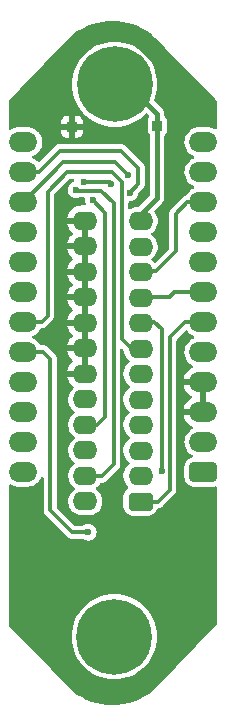
<source format=gtl>
G04 #@! TF.GenerationSoftware,KiCad,Pcbnew,6.0.1-79c1e3a40b~116~ubuntu20.04.1*
G04 #@! TF.CreationDate,2022-01-18T16:47:47+01:00*
G04 #@! TF.ProjectId,Pro_Micro_GPIB,50726f5f-4d69-4637-926f-5f475049422e,rev?*
G04 #@! TF.SameCoordinates,Original*
G04 #@! TF.FileFunction,Copper,L1,Top*
G04 #@! TF.FilePolarity,Positive*
%FSLAX46Y46*%
G04 Gerber Fmt 4.6, Leading zero omitted, Abs format (unit mm)*
G04 Created by KiCad (PCBNEW 6.0.1-79c1e3a40b~116~ubuntu20.04.1) date 2022-01-18 16:47:47*
%MOMM*%
%LPD*%
G01*
G04 APERTURE LIST*
G04 Aperture macros list*
%AMRoundRect*
0 Rectangle with rounded corners*
0 $1 Rounding radius*
0 $2 $3 $4 $5 $6 $7 $8 $9 X,Y pos of 4 corners*
0 Add a 4 corners polygon primitive as box body*
4,1,4,$2,$3,$4,$5,$6,$7,$8,$9,$2,$3,0*
0 Add four circle primitives for the rounded corners*
1,1,$1+$1,$2,$3*
1,1,$1+$1,$4,$5*
1,1,$1+$1,$6,$7*
1,1,$1+$1,$8,$9*
0 Add four rect primitives between the rounded corners*
20,1,$1+$1,$2,$3,$4,$5,0*
20,1,$1+$1,$4,$5,$6,$7,0*
20,1,$1+$1,$6,$7,$8,$9,0*
20,1,$1+$1,$8,$9,$2,$3,0*%
G04 Aperture macros list end*
G04 #@! TA.AperFunction,ComponentPad*
%ADD10C,6.400000*%
G04 #@! TD*
G04 #@! TA.AperFunction,ComponentPad*
%ADD11C,0.800000*%
G04 #@! TD*
G04 #@! TA.AperFunction,ComponentPad*
%ADD12R,0.850000X0.850000*%
G04 #@! TD*
G04 #@! TA.AperFunction,ComponentPad*
%ADD13RoundRect,0.400000X0.650000X-0.400000X0.650000X0.400000X-0.650000X0.400000X-0.650000X-0.400000X0*%
G04 #@! TD*
G04 #@! TA.AperFunction,ComponentPad*
%ADD14O,2.100000X1.600000*%
G04 #@! TD*
G04 #@! TA.AperFunction,ComponentPad*
%ADD15RoundRect,0.425000X0.775000X-0.425000X0.775000X0.425000X-0.775000X0.425000X-0.775000X-0.425000X0*%
G04 #@! TD*
G04 #@! TA.AperFunction,ComponentPad*
%ADD16O,2.400000X1.700000*%
G04 #@! TD*
G04 #@! TA.AperFunction,ViaPad*
%ADD17C,0.600000*%
G04 #@! TD*
G04 #@! TA.AperFunction,ViaPad*
%ADD18C,0.800000*%
G04 #@! TD*
G04 #@! TA.AperFunction,Conductor*
%ADD19C,0.300000*%
G04 #@! TD*
G04 #@! TA.AperFunction,Conductor*
%ADD20C,0.400000*%
G04 #@! TD*
G04 #@! TA.AperFunction,Conductor*
%ADD21C,0.600000*%
G04 #@! TD*
G04 APERTURE END LIST*
D10*
X111950000Y-73230000D03*
D11*
X109550000Y-73230000D03*
X110252944Y-71532944D03*
X113647056Y-74927056D03*
X111950000Y-75630000D03*
X111950000Y-70830000D03*
X114350000Y-73230000D03*
X110252944Y-74927056D03*
X113647056Y-71532944D03*
D12*
X108320000Y-76810000D03*
D10*
X111910000Y-119990000D03*
D11*
X111910000Y-122390000D03*
X113607056Y-121687056D03*
X110212944Y-121687056D03*
X109510000Y-119990000D03*
X113607056Y-118292944D03*
X114310000Y-119990000D03*
X111910000Y-117590000D03*
X110212944Y-118292944D03*
D13*
X114135300Y-108548300D03*
D14*
X114135300Y-106389300D03*
X114135300Y-104230300D03*
X114135300Y-102071300D03*
X114135300Y-99912300D03*
X114135300Y-97753300D03*
X114135300Y-95594300D03*
X114135300Y-93435300D03*
X114135300Y-91276300D03*
X114135300Y-89117300D03*
X114135300Y-86958300D03*
X114135300Y-84799300D03*
X109455300Y-108523800D03*
X109455300Y-106364800D03*
X109455300Y-104205800D03*
X109455300Y-102046800D03*
X109455300Y-99887800D03*
X109455300Y-97728800D03*
X109455300Y-95569800D03*
X109455300Y-93410800D03*
X109455300Y-91251800D03*
X109455300Y-89092800D03*
X109455300Y-86933800D03*
X109455300Y-84774800D03*
D15*
X119455300Y-106039300D03*
D16*
X119455300Y-103499300D03*
X119455300Y-100959300D03*
X119455300Y-98419300D03*
X119455300Y-95879300D03*
X119455300Y-93339300D03*
X119455300Y-90799300D03*
X119455300Y-88259300D03*
X119455300Y-85719300D03*
X119455300Y-83179300D03*
X119455300Y-80639300D03*
X119455300Y-78099300D03*
X104215300Y-78099300D03*
X104215300Y-80639300D03*
X104215300Y-83179300D03*
X104215300Y-85719300D03*
X104215300Y-88259300D03*
X104215300Y-90799300D03*
X104215300Y-93339300D03*
X104215300Y-95879300D03*
X104215300Y-98419300D03*
X104215300Y-100959300D03*
X104215300Y-103499300D03*
X104215300Y-106039300D03*
D12*
X115560000Y-76720000D03*
D17*
X113208185Y-82410032D03*
X113055550Y-80879050D03*
X109708185Y-111150032D03*
X115915300Y-105958800D03*
X109372300Y-81512300D03*
X111647685Y-81650032D03*
X108674800Y-82149800D03*
X110125300Y-83037800D03*
D18*
X104218185Y-107950032D03*
X119488185Y-107940032D03*
X118938185Y-118420032D03*
X104808185Y-118570032D03*
D19*
X117868917Y-93379300D02*
X119541300Y-93379300D01*
X116611300Y-94636917D02*
X117868917Y-93379300D01*
X116611300Y-107548800D02*
X116611300Y-94636917D01*
X114262010Y-108564800D02*
X115595300Y-108564800D01*
X114260600Y-108566210D02*
X114262010Y-108564800D01*
X115595300Y-108564800D02*
X116611300Y-107548800D01*
X104228800Y-80624800D02*
X105513417Y-80624800D01*
X105513417Y-80624800D02*
X107308185Y-78830032D01*
X107308185Y-78830032D02*
X112467032Y-78830032D01*
X112467032Y-78830032D02*
X113944300Y-80307300D01*
X113944300Y-80307300D02*
X113944300Y-81673917D01*
X113944300Y-81673917D02*
X113208185Y-82410032D01*
X113055300Y-80879300D02*
X111975300Y-79799300D01*
X107608917Y-79799300D02*
X104243417Y-83164800D01*
X111975300Y-79799300D02*
X107608917Y-79799300D01*
X104243417Y-83164800D02*
X104228800Y-83164800D01*
X112558185Y-81530032D02*
X111716453Y-80688300D01*
X107869917Y-80688300D02*
X106258185Y-82300032D01*
X113309300Y-95547300D02*
X112558185Y-94796185D01*
X104228800Y-93324800D02*
X105752800Y-93324800D01*
X105752800Y-93324800D02*
X106258185Y-92819415D01*
X114261800Y-95547300D02*
X113309300Y-95547300D01*
X106258185Y-92819415D02*
X106258185Y-84370032D01*
X112558185Y-94796185D02*
X112558185Y-81530032D01*
X106258185Y-82300032D02*
X106258185Y-84360032D01*
X111716453Y-80688300D02*
X107869917Y-80688300D01*
X106488185Y-109290032D02*
X108348185Y-111150032D01*
X115915300Y-105958800D02*
X115915300Y-93967147D01*
X104292300Y-95864800D02*
X105902953Y-95864800D01*
X115915300Y-93967147D02*
X115299763Y-93351610D01*
X105902953Y-95864800D02*
X106488185Y-96450032D01*
X108348185Y-111150032D02*
X109708185Y-111150032D01*
X115915300Y-105958800D02*
X115915300Y-105958800D01*
X115299763Y-93351610D02*
X114260600Y-93351610D01*
X106488185Y-96450032D02*
X106488185Y-109290032D01*
X115912800Y-105961300D02*
X115915300Y-105958800D01*
X116647990Y-91192610D02*
X117001300Y-90839300D01*
X117001300Y-90839300D02*
X119445300Y-90839300D01*
X114260600Y-91192610D02*
X116647990Y-91192610D01*
X118075300Y-83219300D02*
X119445300Y-83219300D01*
X117119300Y-84175300D02*
X118075300Y-83219300D01*
X115444607Y-89033610D02*
X117119300Y-87358917D01*
X114260600Y-89033610D02*
X115444607Y-89033610D01*
X117119300Y-87358917D02*
X117119300Y-84175300D01*
D20*
X115550000Y-75699320D02*
X113100712Y-73250032D01*
X113100712Y-73250032D02*
X111936255Y-73250032D01*
X115550000Y-82828217D02*
X115550000Y-75699320D01*
X114135300Y-84242917D02*
X115550000Y-82828217D01*
X114135300Y-84799300D02*
X114135300Y-84242917D01*
D19*
X109372300Y-81513800D02*
X111511453Y-81513800D01*
X111511453Y-81513800D02*
X111647685Y-81650032D01*
X111868185Y-83290032D02*
X111868185Y-105410032D01*
X108674800Y-82149800D02*
X108775032Y-82250032D01*
X108673800Y-82148800D02*
X108674800Y-82149800D01*
X110828185Y-82250032D02*
X111868185Y-83290032D01*
X111868185Y-105410032D02*
X110872417Y-106405800D01*
X108775032Y-82250032D02*
X110828185Y-82250032D01*
X110872417Y-106405800D02*
X109435800Y-106405800D01*
X111168185Y-101371415D02*
X110451800Y-102087800D01*
X111168185Y-84080685D02*
X111168185Y-101371415D01*
X110451800Y-102087800D02*
X109435800Y-102087800D01*
X110125300Y-83037800D02*
X111168185Y-84080685D01*
D21*
X118505300Y-98459300D02*
X119445300Y-98459300D01*
G04 #@! TA.AperFunction,Conductor*
G36*
X108487907Y-81258485D02*
G01*
X108533662Y-81311289D01*
X108543606Y-81380447D01*
X108514581Y-81444003D01*
X108449816Y-81483374D01*
X108436096Y-81486668D01*
X108428832Y-81488412D01*
X108422199Y-81491835D01*
X108422195Y-81491837D01*
X108355265Y-81526383D01*
X108278169Y-81566175D01*
X108272537Y-81571088D01*
X108184222Y-81648130D01*
X108150404Y-81677631D01*
X108052913Y-81816347D01*
X107991324Y-81974313D01*
X107969194Y-82142411D01*
X107987799Y-82310935D01*
X107990365Y-82317947D01*
X107990366Y-82317951D01*
X108014972Y-82385189D01*
X108046066Y-82470156D01*
X108050233Y-82476358D01*
X108050235Y-82476361D01*
X108085016Y-82528120D01*
X108140630Y-82610883D01*
X108146160Y-82615915D01*
X108260502Y-82719959D01*
X108260506Y-82719962D01*
X108266033Y-82724991D01*
X108415035Y-82805892D01*
X108469414Y-82820158D01*
X108571805Y-82847020D01*
X108571807Y-82847020D01*
X108579033Y-82848916D01*
X108661978Y-82850219D01*
X108741090Y-82851462D01*
X108741093Y-82851462D01*
X108748560Y-82851579D01*
X108913829Y-82813728D01*
X108920506Y-82810370D01*
X108927472Y-82807862D01*
X108969473Y-82800532D01*
X109308563Y-82800532D01*
X109375602Y-82820217D01*
X109421357Y-82873021D01*
X109431502Y-82940717D01*
X109419694Y-83030411D01*
X109420514Y-83037839D01*
X109420514Y-83037841D01*
X109430805Y-83131058D01*
X109438299Y-83198935D01*
X109440865Y-83205947D01*
X109440866Y-83205951D01*
X109478279Y-83308186D01*
X109482832Y-83377908D01*
X109448968Y-83439022D01*
X109387439Y-83472127D01*
X109361831Y-83474800D01*
X109151246Y-83474800D01*
X109145836Y-83475036D01*
X108984094Y-83489187D01*
X108973463Y-83491061D01*
X108764202Y-83547132D01*
X108754069Y-83550821D01*
X108557720Y-83642380D01*
X108548387Y-83647768D01*
X108370919Y-83772033D01*
X108362653Y-83778969D01*
X108209469Y-83932153D01*
X108202533Y-83940419D01*
X108078268Y-84117887D01*
X108072880Y-84127220D01*
X107981323Y-84323565D01*
X107977631Y-84333708D01*
X107931042Y-84507579D01*
X107931373Y-84521453D01*
X107939189Y-84524800D01*
X109581300Y-84524800D01*
X109648339Y-84544485D01*
X109694094Y-84597289D01*
X109705300Y-84648800D01*
X109705300Y-97854800D01*
X109685615Y-97921839D01*
X109632811Y-97967594D01*
X109581300Y-97978800D01*
X107944258Y-97978800D01*
X107930941Y-97982710D01*
X107929731Y-97991126D01*
X107977631Y-98169892D01*
X107981323Y-98180035D01*
X108072880Y-98376380D01*
X108078268Y-98385713D01*
X108202533Y-98563181D01*
X108209469Y-98571447D01*
X108362653Y-98724631D01*
X108370923Y-98731571D01*
X108424611Y-98769163D01*
X108468236Y-98823739D01*
X108475430Y-98893238D01*
X108443908Y-98955592D01*
X108427685Y-98970090D01*
X108398567Y-98991833D01*
X108248799Y-99153851D01*
X108245765Y-99158660D01*
X108245764Y-99158661D01*
X108211220Y-99213411D01*
X108131064Y-99340450D01*
X108049306Y-99545379D01*
X108048196Y-99550960D01*
X108048195Y-99550963D01*
X108043322Y-99575463D01*
X108006262Y-99761776D01*
X108006188Y-99767463D01*
X108006187Y-99767468D01*
X108003448Y-99976705D01*
X108003374Y-99982394D01*
X108004337Y-99987998D01*
X108004337Y-99987999D01*
X108024567Y-100105730D01*
X108040738Y-100199843D01*
X108117104Y-100406843D01*
X108229914Y-100596459D01*
X108375390Y-100762343D01*
X108379849Y-100765858D01*
X108379853Y-100765862D01*
X108512834Y-100870695D01*
X108553294Y-100927657D01*
X108556536Y-100997451D01*
X108521529Y-101057919D01*
X108510258Y-101067429D01*
X108398567Y-101150833D01*
X108248799Y-101312851D01*
X108245765Y-101317660D01*
X108245764Y-101317661D01*
X108176337Y-101427697D01*
X108131064Y-101499450D01*
X108049306Y-101704379D01*
X108048196Y-101709960D01*
X108048195Y-101709963D01*
X108039553Y-101753411D01*
X108006262Y-101920776D01*
X108006188Y-101926463D01*
X108006187Y-101926468D01*
X108003455Y-102135190D01*
X108003374Y-102141394D01*
X108004337Y-102146998D01*
X108004337Y-102146999D01*
X108038921Y-102348267D01*
X108040738Y-102358843D01*
X108117104Y-102565843D01*
X108229914Y-102755459D01*
X108375390Y-102921343D01*
X108379849Y-102924858D01*
X108379853Y-102924862D01*
X108512834Y-103029695D01*
X108553294Y-103086657D01*
X108556536Y-103156451D01*
X108521529Y-103216919D01*
X108510258Y-103226429D01*
X108398567Y-103309833D01*
X108248799Y-103471851D01*
X108245765Y-103476660D01*
X108245764Y-103476661D01*
X108206597Y-103538738D01*
X108131064Y-103658450D01*
X108049306Y-103863379D01*
X108048196Y-103868960D01*
X108048195Y-103868963D01*
X108044324Y-103888424D01*
X108006262Y-104079776D01*
X108006188Y-104085463D01*
X108006187Y-104085468D01*
X108004490Y-104215139D01*
X108003374Y-104300394D01*
X108004337Y-104305998D01*
X108004337Y-104305999D01*
X108037567Y-104499386D01*
X108040738Y-104517843D01*
X108117104Y-104724843D01*
X108131680Y-104749343D01*
X108216749Y-104892330D01*
X108229914Y-104914459D01*
X108375390Y-105080343D01*
X108379849Y-105083858D01*
X108379853Y-105083862D01*
X108512834Y-105188695D01*
X108553294Y-105245657D01*
X108556536Y-105315451D01*
X108521529Y-105375919D01*
X108510258Y-105385429D01*
X108398567Y-105468833D01*
X108248799Y-105630851D01*
X108245765Y-105635660D01*
X108245764Y-105635661D01*
X108135842Y-105809878D01*
X108131064Y-105817450D01*
X108049306Y-106022379D01*
X108048196Y-106027960D01*
X108048195Y-106027963D01*
X108043322Y-106052463D01*
X108006262Y-106238776D01*
X108006188Y-106244463D01*
X108006187Y-106244468D01*
X108003448Y-106453705D01*
X108003374Y-106459394D01*
X108004337Y-106464998D01*
X108004337Y-106464999D01*
X108037808Y-106659789D01*
X108040738Y-106676843D01*
X108117104Y-106883843D01*
X108147519Y-106934966D01*
X108182029Y-106992971D01*
X108229914Y-107073459D01*
X108375390Y-107239343D01*
X108379849Y-107242858D01*
X108379853Y-107242862D01*
X108512834Y-107347695D01*
X108553294Y-107404657D01*
X108556536Y-107474451D01*
X108521529Y-107534919D01*
X108510258Y-107544429D01*
X108398567Y-107627833D01*
X108248799Y-107789851D01*
X108245765Y-107794660D01*
X108245764Y-107794661D01*
X108181940Y-107895817D01*
X108131064Y-107976450D01*
X108049306Y-108181379D01*
X108006262Y-108397776D01*
X108006188Y-108403463D01*
X108006187Y-108403468D01*
X108005776Y-108434895D01*
X108003374Y-108618394D01*
X108004337Y-108623998D01*
X108004337Y-108623999D01*
X108008775Y-108649824D01*
X108040738Y-108835843D01*
X108117104Y-109042843D01*
X108133945Y-109071150D01*
X108212140Y-109202583D01*
X108229914Y-109232459D01*
X108375390Y-109398343D01*
X108548660Y-109534937D01*
X108553691Y-109537584D01*
X108731357Y-109631059D01*
X108743920Y-109637669D01*
X108954633Y-109703097D01*
X108960278Y-109703765D01*
X108960282Y-109703766D01*
X109057557Y-109715279D01*
X109133776Y-109724300D01*
X109761270Y-109724300D01*
X109925011Y-109709254D01*
X110137364Y-109649365D01*
X110170584Y-109632983D01*
X110330147Y-109554295D01*
X110335247Y-109551780D01*
X110512033Y-109419767D01*
X110661801Y-109257749D01*
X110692484Y-109209120D01*
X110776502Y-109075959D01*
X110776503Y-109075957D01*
X110779536Y-109071150D01*
X110861294Y-108866221D01*
X110904338Y-108649824D01*
X110904677Y-108623999D01*
X110907152Y-108434895D01*
X110907152Y-108434890D01*
X110907226Y-108429206D01*
X110906263Y-108423601D01*
X110870825Y-108217360D01*
X110870824Y-108217357D01*
X110869862Y-108211757D01*
X110793496Y-108004757D01*
X110680686Y-107815141D01*
X110535210Y-107649257D01*
X110530751Y-107645742D01*
X110530747Y-107645738D01*
X110397766Y-107540905D01*
X110357306Y-107483943D01*
X110354064Y-107414149D01*
X110389071Y-107353681D01*
X110400342Y-107344171D01*
X110473291Y-107289697D01*
X110512033Y-107260767D01*
X110661801Y-107098749D01*
X110664832Y-107093946D01*
X110664836Y-107093940D01*
X110715190Y-107014132D01*
X110767610Y-106967939D01*
X110820060Y-106956300D01*
X110857460Y-106956300D01*
X110862653Y-106956409D01*
X110916263Y-106958656D01*
X110916264Y-106958656D01*
X110924711Y-106959010D01*
X110932942Y-106957079D01*
X110932946Y-106957079D01*
X110967164Y-106949053D01*
X110978649Y-106946924D01*
X110996505Y-106944478D01*
X111013477Y-106942153D01*
X111013478Y-106942153D01*
X111021849Y-106941006D01*
X111035807Y-106934966D01*
X111056742Y-106928042D01*
X111063320Y-106926499D01*
X111071553Y-106924568D01*
X111109765Y-106903561D01*
X111120252Y-106898424D01*
X111152514Y-106884463D01*
X111152519Y-106884460D01*
X111160272Y-106881105D01*
X111166838Y-106875788D01*
X111166840Y-106875787D01*
X111172093Y-106871533D01*
X111190382Y-106859243D01*
X111203725Y-106851907D01*
X111211839Y-106844903D01*
X111236451Y-106820291D01*
X111246096Y-106811606D01*
X111277487Y-106786186D01*
X111288481Y-106770716D01*
X111301876Y-106754866D01*
X112246864Y-105809878D01*
X112250612Y-105806283D01*
X112290120Y-105769954D01*
X112290122Y-105769952D01*
X112296341Y-105764233D01*
X112319327Y-105727160D01*
X112325937Y-105717543D01*
X112347186Y-105689548D01*
X112352297Y-105682815D01*
X112355408Y-105674957D01*
X112355411Y-105674952D01*
X112357895Y-105668677D01*
X112367803Y-105648976D01*
X112371365Y-105643231D01*
X112375820Y-105636046D01*
X112387985Y-105594174D01*
X112391769Y-105583123D01*
X112404709Y-105550440D01*
X112404710Y-105550437D01*
X112407821Y-105542579D01*
X112408704Y-105534175D01*
X112408706Y-105534168D01*
X112409413Y-105527443D01*
X112413656Y-105505816D01*
X112416086Y-105497451D01*
X112417900Y-105491207D01*
X112418685Y-105480517D01*
X112418685Y-105445719D01*
X112419364Y-105432757D01*
X112422703Y-105400987D01*
X112423587Y-105392578D01*
X112420422Y-105373865D01*
X112418685Y-105353186D01*
X112418685Y-95734571D01*
X112438370Y-95667532D01*
X112491174Y-95621777D01*
X112560332Y-95611833D01*
X112623888Y-95640858D01*
X112630366Y-95646890D01*
X112657800Y-95674324D01*
X112692328Y-95741006D01*
X112720738Y-95906343D01*
X112797104Y-96113343D01*
X112822250Y-96155609D01*
X112903896Y-96292843D01*
X112909914Y-96302959D01*
X113055390Y-96468843D01*
X113059849Y-96472358D01*
X113059853Y-96472362D01*
X113192834Y-96577195D01*
X113233294Y-96634157D01*
X113236536Y-96703951D01*
X113201529Y-96764419D01*
X113190258Y-96773929D01*
X113078567Y-96857333D01*
X112928799Y-97019351D01*
X112925765Y-97024160D01*
X112925764Y-97024161D01*
X112825173Y-97183589D01*
X112811064Y-97205950D01*
X112729306Y-97410879D01*
X112728196Y-97416460D01*
X112728195Y-97416463D01*
X112717774Y-97468852D01*
X112686262Y-97627276D01*
X112686188Y-97632963D01*
X112686187Y-97632968D01*
X112683448Y-97842205D01*
X112683374Y-97847894D01*
X112684337Y-97853498D01*
X112684337Y-97853499D01*
X112703276Y-97963716D01*
X112720738Y-98065343D01*
X112797104Y-98272343D01*
X112909914Y-98461959D01*
X113055390Y-98627843D01*
X113059849Y-98631358D01*
X113059853Y-98631362D01*
X113192834Y-98736195D01*
X113233294Y-98793157D01*
X113236536Y-98862951D01*
X113201529Y-98923419D01*
X113190258Y-98932929D01*
X113078567Y-99016333D01*
X112928799Y-99178351D01*
X112925765Y-99183160D01*
X112925764Y-99183161D01*
X112823190Y-99345732D01*
X112811064Y-99364950D01*
X112729306Y-99569879D01*
X112686262Y-99786276D01*
X112686188Y-99791963D01*
X112686187Y-99791968D01*
X112683621Y-99987999D01*
X112683374Y-100006894D01*
X112684337Y-100012498D01*
X112684337Y-100012499D01*
X112717445Y-100205176D01*
X112720738Y-100224343D01*
X112797104Y-100431343D01*
X112800011Y-100436229D01*
X112897883Y-100600736D01*
X112909914Y-100620959D01*
X113055390Y-100786843D01*
X113059849Y-100790358D01*
X113059853Y-100790362D01*
X113192834Y-100895195D01*
X113233294Y-100952157D01*
X113236536Y-101021951D01*
X113201529Y-101082419D01*
X113190258Y-101091929D01*
X113078567Y-101175333D01*
X112928799Y-101337351D01*
X112925765Y-101342160D01*
X112925764Y-101342161D01*
X112823190Y-101504732D01*
X112811064Y-101523950D01*
X112729306Y-101728879D01*
X112728196Y-101734460D01*
X112728195Y-101734463D01*
X112725215Y-101749446D01*
X112686262Y-101945276D01*
X112686188Y-101950963D01*
X112686187Y-101950968D01*
X112683621Y-102146999D01*
X112683374Y-102165894D01*
X112684337Y-102171498D01*
X112684337Y-102171499D01*
X112717445Y-102364176D01*
X112720738Y-102383343D01*
X112797104Y-102590343D01*
X112800011Y-102595229D01*
X112897883Y-102759736D01*
X112909914Y-102779959D01*
X113055390Y-102945843D01*
X113059849Y-102949358D01*
X113059853Y-102949362D01*
X113192834Y-103054195D01*
X113233294Y-103111157D01*
X113236536Y-103180951D01*
X113201529Y-103241419D01*
X113190258Y-103250929D01*
X113078567Y-103334333D01*
X112928799Y-103496351D01*
X112925765Y-103501160D01*
X112925764Y-103501161D01*
X112823190Y-103663732D01*
X112811064Y-103682950D01*
X112729306Y-103887879D01*
X112686262Y-104104276D01*
X112686188Y-104109963D01*
X112686187Y-104109968D01*
X112683621Y-104305999D01*
X112683374Y-104324894D01*
X112684337Y-104330498D01*
X112684337Y-104330499D01*
X112717445Y-104523176D01*
X112720738Y-104542343D01*
X112797104Y-104749343D01*
X112800011Y-104754229D01*
X112897883Y-104918736D01*
X112909914Y-104938959D01*
X113055390Y-105104843D01*
X113059849Y-105108358D01*
X113059853Y-105108362D01*
X113192834Y-105213195D01*
X113233294Y-105270157D01*
X113236536Y-105339951D01*
X113201529Y-105400419D01*
X113190258Y-105409929D01*
X113078567Y-105493333D01*
X112928799Y-105655351D01*
X112925765Y-105660160D01*
X112925764Y-105660161D01*
X112823190Y-105822732D01*
X112811064Y-105841950D01*
X112729306Y-106046879D01*
X112686262Y-106263276D01*
X112686188Y-106268963D01*
X112686187Y-106268968D01*
X112683621Y-106464999D01*
X112683374Y-106483894D01*
X112684337Y-106489498D01*
X112684337Y-106489499D01*
X112717445Y-106682176D01*
X112720738Y-106701343D01*
X112797104Y-106908343D01*
X112812943Y-106934966D01*
X112897883Y-107077736D01*
X112909914Y-107097959D01*
X113055390Y-107263843D01*
X113059849Y-107267358D01*
X113059851Y-107267360D01*
X113061403Y-107268583D01*
X113061947Y-107269349D01*
X113063979Y-107271277D01*
X113063600Y-107271676D01*
X113101868Y-107325542D01*
X113105115Y-107395336D01*
X113070113Y-107455806D01*
X113056460Y-107466430D01*
X113056034Y-107466636D01*
X112915680Y-107578680D01*
X112803636Y-107719034D01*
X112725473Y-107880723D01*
X112685074Y-108055711D01*
X112684800Y-108060463D01*
X112684801Y-109036136D01*
X112685074Y-109040889D01*
X112725473Y-109215877D01*
X112803636Y-109377566D01*
X112915680Y-109517920D01*
X113056034Y-109629964D01*
X113217723Y-109708127D01*
X113224480Y-109709687D01*
X113387595Y-109747345D01*
X113387596Y-109747345D01*
X113392711Y-109748526D01*
X113397463Y-109748800D01*
X114134677Y-109748800D01*
X114873136Y-109748799D01*
X114877889Y-109748526D01*
X115052877Y-109708127D01*
X115214566Y-109629964D01*
X115354920Y-109517920D01*
X115466964Y-109377566D01*
X115545127Y-109215877D01*
X115546687Y-109209120D01*
X115548989Y-109202583D01*
X115550847Y-109203237D01*
X115580362Y-109150790D01*
X115642108Y-109118091D01*
X115643737Y-109117848D01*
X115647594Y-109118010D01*
X115655825Y-109116079D01*
X115655829Y-109116079D01*
X115690047Y-109108053D01*
X115701532Y-109105924D01*
X115719388Y-109103478D01*
X115736360Y-109101153D01*
X115736361Y-109101153D01*
X115744732Y-109100006D01*
X115758690Y-109093966D01*
X115779625Y-109087042D01*
X115786203Y-109085499D01*
X115794436Y-109083568D01*
X115832648Y-109062561D01*
X115843135Y-109057424D01*
X115875397Y-109043463D01*
X115875402Y-109043460D01*
X115883155Y-109040105D01*
X115889721Y-109034788D01*
X115889723Y-109034787D01*
X115894976Y-109030533D01*
X115913265Y-109018243D01*
X115926608Y-109010907D01*
X115934722Y-109003903D01*
X115959334Y-108979291D01*
X115968979Y-108970606D01*
X116000370Y-108945186D01*
X116011364Y-108929716D01*
X116024759Y-108913866D01*
X116989967Y-107948657D01*
X116993715Y-107945062D01*
X117033235Y-107908722D01*
X117033237Y-107908720D01*
X117039456Y-107903001D01*
X117062436Y-107865938D01*
X117069053Y-107856310D01*
X117090302Y-107828316D01*
X117090304Y-107828313D01*
X117095412Y-107821583D01*
X117098523Y-107813725D01*
X117098526Y-107813720D01*
X117101010Y-107807445D01*
X117110918Y-107787744D01*
X117114480Y-107781999D01*
X117118935Y-107774814D01*
X117131100Y-107732942D01*
X117134884Y-107721891D01*
X117147824Y-107689208D01*
X117147825Y-107689205D01*
X117150936Y-107681347D01*
X117152526Y-107666218D01*
X117156771Y-107644584D01*
X117159201Y-107636219D01*
X117161015Y-107629975D01*
X117161800Y-107619285D01*
X117161800Y-107584478D01*
X117162479Y-107571517D01*
X117165818Y-107539752D01*
X117165818Y-107539749D01*
X117166701Y-107531346D01*
X117163536Y-107512633D01*
X117161800Y-107491954D01*
X117161800Y-98681626D01*
X117777967Y-98681626D01*
X117830468Y-98877564D01*
X117834157Y-98887697D01*
X117929410Y-99091967D01*
X117934808Y-99101317D01*
X118064084Y-99285943D01*
X118071019Y-99294207D01*
X118230393Y-99453581D01*
X118238652Y-99460511D01*
X118420332Y-99587725D01*
X118463956Y-99642302D01*
X118471149Y-99711801D01*
X118439627Y-99774155D01*
X118420332Y-99790875D01*
X118238652Y-99918089D01*
X118230393Y-99925019D01*
X118071021Y-100084391D01*
X118064085Y-100092657D01*
X117934802Y-100277292D01*
X117929414Y-100286624D01*
X117834157Y-100490903D01*
X117830468Y-100501036D01*
X117779278Y-100692079D01*
X117779609Y-100705953D01*
X117787425Y-100709300D01*
X119187470Y-100709300D01*
X119202469Y-100704896D01*
X119203656Y-100703526D01*
X119205300Y-100695968D01*
X119205300Y-98687130D01*
X119200896Y-98672131D01*
X119199526Y-98670944D01*
X119191968Y-98669300D01*
X117792494Y-98669300D01*
X117779177Y-98673210D01*
X117777967Y-98681626D01*
X117161800Y-98681626D01*
X117161800Y-94916304D01*
X117181485Y-94849265D01*
X117198119Y-94828623D01*
X117563462Y-94463280D01*
X117931969Y-94094772D01*
X117993292Y-94061287D01*
X118062983Y-94066271D01*
X118118026Y-94106967D01*
X118177730Y-94184776D01*
X118177734Y-94184780D01*
X118181090Y-94189154D01*
X118346193Y-94339386D01*
X118535290Y-94458007D01*
X118623169Y-94493334D01*
X118678028Y-94536602D01*
X118700786Y-94602661D01*
X118684217Y-94670538D01*
X118630301Y-94720306D01*
X118545838Y-94760593D01*
X118466171Y-94798592D01*
X118461689Y-94801813D01*
X118461687Y-94801814D01*
X118307113Y-94912887D01*
X118284895Y-94928852D01*
X118129551Y-95089154D01*
X118126473Y-95093734D01*
X118126471Y-95093737D01*
X118008127Y-95269852D01*
X118008124Y-95269857D01*
X118005050Y-95274432D01*
X117915326Y-95478829D01*
X117863215Y-95695885D01*
X117850366Y-95918738D01*
X117851030Y-95924222D01*
X117874567Y-96118724D01*
X117877183Y-96140344D01*
X117878808Y-96145626D01*
X117926484Y-96300600D01*
X117942819Y-96353700D01*
X117945352Y-96358607D01*
X117945353Y-96358610D01*
X118000260Y-96464989D01*
X118045201Y-96552059D01*
X118099083Y-96622280D01*
X118177730Y-96724776D01*
X118177734Y-96724780D01*
X118181090Y-96729154D01*
X118346193Y-96879386D01*
X118370158Y-96894419D01*
X118522852Y-96990205D01*
X118569182Y-97042505D01*
X118579882Y-97111551D01*
X118551554Y-97175420D01*
X118509363Y-97207630D01*
X118432633Y-97243410D01*
X118423283Y-97248808D01*
X118238657Y-97378084D01*
X118230393Y-97385019D01*
X118071021Y-97544391D01*
X118064085Y-97552657D01*
X117934802Y-97737292D01*
X117929414Y-97746624D01*
X117834157Y-97950903D01*
X117830468Y-97961036D01*
X117779278Y-98152079D01*
X117779609Y-98165953D01*
X117787425Y-98169300D01*
X119581300Y-98169300D01*
X119648339Y-98188985D01*
X119694094Y-98241789D01*
X119705300Y-98293300D01*
X119705300Y-101085300D01*
X119685615Y-101152339D01*
X119632811Y-101198094D01*
X119581300Y-101209300D01*
X117792494Y-101209300D01*
X117779177Y-101213210D01*
X117777967Y-101221626D01*
X117830468Y-101417564D01*
X117834157Y-101427697D01*
X117929410Y-101631967D01*
X117934808Y-101641317D01*
X118064084Y-101825943D01*
X118071019Y-101834207D01*
X118230393Y-101993581D01*
X118238657Y-102000516D01*
X118423283Y-102129792D01*
X118432633Y-102135190D01*
X118511749Y-102172083D01*
X118564188Y-102218256D01*
X118583340Y-102285449D01*
X118563124Y-102352330D01*
X118512727Y-102396386D01*
X118466171Y-102418592D01*
X118461688Y-102421814D01*
X118461687Y-102421814D01*
X118310247Y-102530635D01*
X118284895Y-102548852D01*
X118129551Y-102709154D01*
X118126473Y-102713734D01*
X118126471Y-102713737D01*
X118008127Y-102889852D01*
X118008124Y-102889857D01*
X118005050Y-102894432D01*
X117915326Y-103098829D01*
X117863215Y-103315885D01*
X117862897Y-103321400D01*
X117852533Y-103501161D01*
X117850366Y-103538738D01*
X117851030Y-103544222D01*
X117868457Y-103688232D01*
X117877183Y-103760344D01*
X117878808Y-103765626D01*
X117918226Y-103893757D01*
X117942819Y-103973700D01*
X117945352Y-103978607D01*
X117945353Y-103978610D01*
X118042667Y-104167150D01*
X118045201Y-104172059D01*
X118109578Y-104255957D01*
X118177730Y-104344776D01*
X118177734Y-104344780D01*
X118181090Y-104349154D01*
X118346193Y-104499386D01*
X118414672Y-104542343D01*
X118495655Y-104593144D01*
X118541985Y-104645444D01*
X118552685Y-104714490D01*
X118524357Y-104778359D01*
X118459758Y-104818504D01*
X118393575Y-104835005D01*
X118232922Y-104914754D01*
X118093141Y-105027141D01*
X117980754Y-105166922D01*
X117977767Y-105172940D01*
X117977766Y-105172941D01*
X117959533Y-105209671D01*
X117901005Y-105327575D01*
X117899380Y-105334092D01*
X117899379Y-105334095D01*
X117859379Y-105494529D01*
X117857615Y-105501606D01*
X117857244Y-105507049D01*
X117857243Y-105507055D01*
X117855814Y-105528017D01*
X117854800Y-105542896D01*
X117854800Y-106535704D01*
X117854943Y-106537798D01*
X117857243Y-106571545D01*
X117857244Y-106571551D01*
X117857615Y-106576994D01*
X117858936Y-106582291D01*
X117858936Y-106582293D01*
X117893611Y-106721367D01*
X117901005Y-106751025D01*
X117931078Y-106811606D01*
X117966937Y-106883843D01*
X117980754Y-106911678D01*
X118093141Y-107051459D01*
X118232922Y-107163846D01*
X118393575Y-107243595D01*
X118400092Y-107245220D01*
X118400095Y-107245221D01*
X118562307Y-107285664D01*
X118562309Y-107285664D01*
X118567606Y-107286985D01*
X118573049Y-107287356D01*
X118573055Y-107287357D01*
X118596000Y-107288921D01*
X118608896Y-107289800D01*
X120301704Y-107289800D01*
X120314600Y-107288921D01*
X120337545Y-107287357D01*
X120337551Y-107287356D01*
X120342994Y-107286985D01*
X120348291Y-107285664D01*
X120348293Y-107285664D01*
X120404396Y-107271676D01*
X120444188Y-107261755D01*
X120513997Y-107264637D01*
X120571167Y-107304803D01*
X120597546Y-107369502D01*
X120598185Y-107382072D01*
X120598185Y-118957133D01*
X120578500Y-119024172D01*
X120563048Y-119043616D01*
X115433613Y-124314023D01*
X115414473Y-124330079D01*
X115405971Y-124335859D01*
X115398112Y-124345994D01*
X115381160Y-124363862D01*
X115073771Y-124629262D01*
X115065623Y-124635721D01*
X114711120Y-124893298D01*
X114702460Y-124899051D01*
X114327635Y-125126019D01*
X114318524Y-125131027D01*
X113925989Y-125325803D01*
X113916489Y-125330030D01*
X113509025Y-125491234D01*
X113499208Y-125494649D01*
X113080842Y-125620799D01*
X113079671Y-125621152D01*
X113069602Y-125623733D01*
X112640934Y-125714645D01*
X112630688Y-125716373D01*
X112534267Y-125728500D01*
X112195913Y-125771055D01*
X112185551Y-125771919D01*
X111853960Y-125785602D01*
X111747714Y-125789986D01*
X111737324Y-125789978D01*
X111299532Y-125771302D01*
X111289178Y-125770424D01*
X110854468Y-125715136D01*
X110844240Y-125713397D01*
X110415681Y-125621883D01*
X110405630Y-125619291D01*
X109986272Y-125492205D01*
X109976459Y-125488776D01*
X109569198Y-125326996D01*
X109559705Y-125322756D01*
X109167464Y-125127444D01*
X109158359Y-125122424D01*
X108783833Y-124894924D01*
X108775181Y-124889158D01*
X108421040Y-124631088D01*
X108412917Y-124624631D01*
X108105882Y-124358789D01*
X108088957Y-124340898D01*
X108081115Y-124330756D01*
X108073051Y-124325257D01*
X108070739Y-124323079D01*
X108054550Y-124309349D01*
X104989912Y-121101014D01*
X103928659Y-119990000D01*
X108304559Y-119990000D01*
X108324310Y-120366871D01*
X108383347Y-120739613D01*
X108481022Y-121104143D01*
X108482180Y-121107159D01*
X108482182Y-121107166D01*
X108615102Y-121453434D01*
X108615106Y-121453442D01*
X108616266Y-121456465D01*
X108787597Y-121792720D01*
X108789363Y-121795440D01*
X108789368Y-121795448D01*
X108991365Y-122106497D01*
X108993137Y-122109225D01*
X108995178Y-122111745D01*
X108995182Y-122111751D01*
X109228595Y-122399992D01*
X109230635Y-122402511D01*
X109497489Y-122669365D01*
X109500006Y-122671403D01*
X109500008Y-122671405D01*
X109788249Y-122904818D01*
X109788255Y-122904822D01*
X109790775Y-122906863D01*
X109793498Y-122908631D01*
X109793503Y-122908635D01*
X110061843Y-123082897D01*
X110107279Y-123112403D01*
X110443535Y-123283734D01*
X110446558Y-123284894D01*
X110446566Y-123284898D01*
X110792834Y-123417818D01*
X110792841Y-123417820D01*
X110795857Y-123418978D01*
X111160387Y-123516653D01*
X111533129Y-123575690D01*
X111536361Y-123575859D01*
X111536367Y-123575860D01*
X111906756Y-123595271D01*
X111910000Y-123595441D01*
X111913244Y-123595271D01*
X112283633Y-123575860D01*
X112283639Y-123575859D01*
X112286871Y-123575690D01*
X112659613Y-123516653D01*
X113024143Y-123418978D01*
X113027159Y-123417820D01*
X113027166Y-123417818D01*
X113373434Y-123284898D01*
X113373442Y-123284894D01*
X113376465Y-123283734D01*
X113712721Y-123112403D01*
X113758157Y-123082897D01*
X114026497Y-122908635D01*
X114026502Y-122908631D01*
X114029225Y-122906863D01*
X114031745Y-122904822D01*
X114031751Y-122904818D01*
X114319992Y-122671405D01*
X114319994Y-122671403D01*
X114322511Y-122669365D01*
X114589365Y-122402511D01*
X114591405Y-122399992D01*
X114824818Y-122111751D01*
X114824822Y-122111745D01*
X114826863Y-122109225D01*
X114828635Y-122106497D01*
X115030632Y-121795448D01*
X115030637Y-121795440D01*
X115032403Y-121792720D01*
X115203734Y-121456465D01*
X115204894Y-121453442D01*
X115204898Y-121453434D01*
X115337818Y-121107166D01*
X115337820Y-121107159D01*
X115338978Y-121104143D01*
X115436653Y-120739613D01*
X115495690Y-120366871D01*
X115515441Y-119990000D01*
X115495690Y-119613129D01*
X115436653Y-119240387D01*
X115338978Y-118875857D01*
X115337818Y-118872834D01*
X115204898Y-118526566D01*
X115204894Y-118526558D01*
X115203734Y-118523535D01*
X115032403Y-118187280D01*
X115030637Y-118184560D01*
X115030632Y-118184552D01*
X114828635Y-117873503D01*
X114828631Y-117873498D01*
X114826863Y-117870775D01*
X114824822Y-117868255D01*
X114824818Y-117868249D01*
X114591405Y-117580008D01*
X114591403Y-117580006D01*
X114589365Y-117577489D01*
X114322511Y-117310635D01*
X114319992Y-117308595D01*
X114031751Y-117075182D01*
X114031745Y-117075178D01*
X114029225Y-117073137D01*
X114026502Y-117071369D01*
X114026497Y-117071365D01*
X113715448Y-116869368D01*
X113712721Y-116867597D01*
X113376465Y-116696266D01*
X113373442Y-116695106D01*
X113373434Y-116695102D01*
X113027166Y-116562182D01*
X113027159Y-116562180D01*
X113024143Y-116561022D01*
X112659613Y-116463347D01*
X112286871Y-116404310D01*
X112283639Y-116404141D01*
X112283633Y-116404140D01*
X111913244Y-116384729D01*
X111910000Y-116384559D01*
X111906756Y-116384729D01*
X111536367Y-116404140D01*
X111536361Y-116404141D01*
X111533129Y-116404310D01*
X111160387Y-116463347D01*
X110795857Y-116561022D01*
X110792841Y-116562180D01*
X110792834Y-116562182D01*
X110446566Y-116695102D01*
X110446558Y-116695106D01*
X110443535Y-116696266D01*
X110107280Y-116867597D01*
X110104560Y-116869363D01*
X110104552Y-116869368D01*
X109793503Y-117071365D01*
X109793498Y-117071369D01*
X109790775Y-117073137D01*
X109788255Y-117075178D01*
X109788249Y-117075182D01*
X109500008Y-117308595D01*
X109497489Y-117310635D01*
X109230635Y-117577489D01*
X109228597Y-117580006D01*
X109228595Y-117580008D01*
X108995182Y-117868249D01*
X108995178Y-117868255D01*
X108993137Y-117870775D01*
X108991369Y-117873498D01*
X108991365Y-117873503D01*
X108789368Y-118184552D01*
X108789363Y-118184560D01*
X108787597Y-118187280D01*
X108616266Y-118523535D01*
X108615106Y-118526558D01*
X108615102Y-118526566D01*
X108482182Y-118872834D01*
X108481022Y-118875857D01*
X108383347Y-119240387D01*
X108324310Y-119613129D01*
X108304559Y-119990000D01*
X103928659Y-119990000D01*
X103026589Y-119045633D01*
X102994517Y-118983559D01*
X102992255Y-118959983D01*
X102992255Y-107192076D01*
X103011940Y-107125037D01*
X103064744Y-107079282D01*
X103133902Y-107069338D01*
X103182148Y-107087032D01*
X103206384Y-107102236D01*
X103290615Y-107155075D01*
X103290620Y-107155078D01*
X103295290Y-107158007D01*
X103300407Y-107160064D01*
X103300411Y-107160066D01*
X103407978Y-107203307D01*
X103502405Y-107241266D01*
X103507807Y-107242385D01*
X103507808Y-107242385D01*
X103513651Y-107243595D01*
X103720990Y-107286533D01*
X103777649Y-107289800D01*
X104621930Y-107289800D01*
X104624673Y-107289555D01*
X104624677Y-107289555D01*
X104782139Y-107275502D01*
X104782141Y-107275502D01*
X104787639Y-107275011D01*
X105002951Y-107216108D01*
X105007930Y-107213733D01*
X105007933Y-107213732D01*
X105199448Y-107122384D01*
X105199450Y-107122383D01*
X105204429Y-107120008D01*
X105234014Y-107098749D01*
X105381220Y-106992971D01*
X105381221Y-106992970D01*
X105385705Y-106989748D01*
X105541049Y-106829446D01*
X105553037Y-106811606D01*
X105662473Y-106648748D01*
X105662476Y-106648743D01*
X105665550Y-106644168D01*
X105700143Y-106565363D01*
X105745114Y-106511890D01*
X105811855Y-106491218D01*
X105879178Y-106509912D01*
X105925707Y-106562035D01*
X105937685Y-106615205D01*
X105937685Y-109275075D01*
X105937576Y-109280267D01*
X105934975Y-109342326D01*
X105936906Y-109350557D01*
X105936906Y-109350561D01*
X105944932Y-109384779D01*
X105947061Y-109396264D01*
X105952979Y-109439464D01*
X105956336Y-109447221D01*
X105959019Y-109453421D01*
X105965943Y-109474357D01*
X105969417Y-109489168D01*
X105987602Y-109522246D01*
X105990423Y-109527378D01*
X105995561Y-109537867D01*
X106009522Y-109570129D01*
X106009525Y-109570134D01*
X106012880Y-109577887D01*
X106018197Y-109584453D01*
X106018198Y-109584455D01*
X106022452Y-109589708D01*
X106034742Y-109607997D01*
X106042078Y-109621340D01*
X106049082Y-109629454D01*
X106073694Y-109654066D01*
X106082379Y-109663711D01*
X106107799Y-109695102D01*
X106121880Y-109705109D01*
X106123269Y-109706096D01*
X106139119Y-109719491D01*
X107948327Y-111528698D01*
X107951922Y-111532446D01*
X107993984Y-111578188D01*
X108001168Y-111582642D01*
X108031046Y-111601167D01*
X108040672Y-111607783D01*
X108075401Y-111634144D01*
X108083258Y-111637255D01*
X108083260Y-111637256D01*
X108089549Y-111639746D01*
X108109235Y-111649647D01*
X108113355Y-111652201D01*
X108122171Y-111657667D01*
X108164049Y-111669834D01*
X108175101Y-111673618D01*
X108207775Y-111686555D01*
X108207782Y-111686557D01*
X108215638Y-111689667D01*
X108224041Y-111690550D01*
X108224045Y-111690551D01*
X108230758Y-111691256D01*
X108252399Y-111695502D01*
X108260770Y-111697934D01*
X108267010Y-111699747D01*
X108273485Y-111700222D01*
X108273488Y-111700223D01*
X108275425Y-111700365D01*
X108275427Y-111700365D01*
X108277700Y-111700532D01*
X108312508Y-111700532D01*
X108325470Y-111701211D01*
X108365639Y-111705433D01*
X108373969Y-111704024D01*
X108373972Y-111704024D01*
X108384352Y-111702268D01*
X108405031Y-111700532D01*
X109226652Y-111700532D01*
X109296932Y-111722961D01*
X109299418Y-111725223D01*
X109305990Y-111728791D01*
X109305991Y-111728792D01*
X109322543Y-111737779D01*
X109448420Y-111806124D01*
X109543770Y-111831139D01*
X109605190Y-111847252D01*
X109605192Y-111847252D01*
X109612418Y-111849148D01*
X109695363Y-111850451D01*
X109774475Y-111851694D01*
X109774478Y-111851694D01*
X109781945Y-111851811D01*
X109904394Y-111823767D01*
X109939923Y-111815630D01*
X109939924Y-111815630D01*
X109947214Y-111813960D01*
X110022296Y-111776197D01*
X110092005Y-111741138D01*
X110092007Y-111741137D01*
X110098683Y-111737779D01*
X110104365Y-111732926D01*
X110104368Y-111732924D01*
X110221926Y-111632519D01*
X110227608Y-111627666D01*
X110326546Y-111489979D01*
X110389786Y-111332666D01*
X110413675Y-111164810D01*
X110413830Y-111150032D01*
X110393461Y-110981712D01*
X110333530Y-110823109D01*
X110329293Y-110816944D01*
X110241734Y-110689545D01*
X110241731Y-110689542D01*
X110237497Y-110683381D01*
X110195525Y-110645985D01*
X110116488Y-110575565D01*
X110116486Y-110575564D01*
X110110906Y-110570592D01*
X110096970Y-110563213D01*
X109967674Y-110494755D01*
X109961066Y-110491256D01*
X109796626Y-110449951D01*
X109710433Y-110449500D01*
X109634553Y-110449102D01*
X109634552Y-110449102D01*
X109627080Y-110449063D01*
X109605420Y-110454263D01*
X109469480Y-110486900D01*
X109469478Y-110486901D01*
X109462217Y-110488644D01*
X109455584Y-110492067D01*
X109455580Y-110492069D01*
X109388650Y-110526615D01*
X109311554Y-110566407D01*
X109305920Y-110571321D01*
X109299741Y-110575521D01*
X109298468Y-110573648D01*
X109245145Y-110598212D01*
X109227097Y-110599532D01*
X108627572Y-110599532D01*
X108560533Y-110579847D01*
X108539891Y-110563213D01*
X107075004Y-109098327D01*
X107041519Y-109037004D01*
X107038685Y-109010646D01*
X107038685Y-96464989D01*
X107038794Y-96459796D01*
X107041041Y-96406186D01*
X107041041Y-96406185D01*
X107041395Y-96397738D01*
X107039464Y-96389507D01*
X107039464Y-96389503D01*
X107031438Y-96355285D01*
X107029308Y-96343796D01*
X107024538Y-96308972D01*
X107024538Y-96308971D01*
X107023391Y-96300600D01*
X107017351Y-96286642D01*
X107010427Y-96265707D01*
X107008884Y-96259129D01*
X107006953Y-96250896D01*
X106985946Y-96212684D01*
X106980809Y-96202197D01*
X106966848Y-96169935D01*
X106966845Y-96169930D01*
X106963490Y-96162177D01*
X106953918Y-96150356D01*
X106941625Y-96132063D01*
X106934292Y-96118724D01*
X106927288Y-96110610D01*
X106902676Y-96085998D01*
X106893991Y-96076353D01*
X106873890Y-96051531D01*
X106868571Y-96044962D01*
X106853101Y-96033968D01*
X106837251Y-96020573D01*
X106648804Y-95832126D01*
X107929731Y-95832126D01*
X107977631Y-96010892D01*
X107981323Y-96021035D01*
X108072880Y-96217380D01*
X108078268Y-96226713D01*
X108202533Y-96404181D01*
X108209469Y-96412447D01*
X108358641Y-96561619D01*
X108392126Y-96622942D01*
X108387142Y-96692634D01*
X108358641Y-96736981D01*
X108209469Y-96886153D01*
X108202533Y-96894419D01*
X108078268Y-97071887D01*
X108072880Y-97081220D01*
X107981323Y-97277565D01*
X107977631Y-97287708D01*
X107931042Y-97461579D01*
X107931373Y-97475453D01*
X107939189Y-97478800D01*
X109187470Y-97478800D01*
X109202469Y-97474396D01*
X109203656Y-97473026D01*
X109205300Y-97465468D01*
X109205300Y-95837630D01*
X109200896Y-95822631D01*
X109199526Y-95821444D01*
X109191968Y-95819800D01*
X107944258Y-95819800D01*
X107930941Y-95823710D01*
X107929731Y-95832126D01*
X106648804Y-95832126D01*
X106302810Y-95486133D01*
X106299215Y-95482385D01*
X106262875Y-95442865D01*
X106262873Y-95442863D01*
X106257154Y-95436644D01*
X106220091Y-95413664D01*
X106210463Y-95407047D01*
X106182469Y-95385798D01*
X106182466Y-95385796D01*
X106175736Y-95380688D01*
X106167878Y-95377577D01*
X106167873Y-95377574D01*
X106161598Y-95375090D01*
X106141897Y-95365182D01*
X106136152Y-95361620D01*
X106128967Y-95357165D01*
X106102999Y-95349621D01*
X106087095Y-95345000D01*
X106076044Y-95341216D01*
X106043361Y-95328276D01*
X106043358Y-95328275D01*
X106035500Y-95325164D01*
X106020371Y-95323574D01*
X105998737Y-95319329D01*
X105990372Y-95316899D01*
X105984128Y-95315085D01*
X105976629Y-95314534D01*
X105975713Y-95314467D01*
X105975711Y-95314467D01*
X105973438Y-95314300D01*
X105938631Y-95314300D01*
X105925670Y-95313621D01*
X105893905Y-95310282D01*
X105893902Y-95310282D01*
X105885499Y-95309399D01*
X105877169Y-95310808D01*
X105877166Y-95310808D01*
X105866786Y-95312564D01*
X105846107Y-95314300D01*
X105756559Y-95314300D01*
X105689520Y-95294615D01*
X105646371Y-95247173D01*
X105627933Y-95211450D01*
X105627932Y-95211448D01*
X105625399Y-95206541D01*
X105538842Y-95093737D01*
X105492870Y-95033824D01*
X105492866Y-95033820D01*
X105489510Y-95029446D01*
X105324407Y-94879214D01*
X105135310Y-94760593D01*
X105047431Y-94725266D01*
X104992572Y-94681998D01*
X104969814Y-94615939D01*
X104986383Y-94548062D01*
X105040299Y-94498294D01*
X105199448Y-94422384D01*
X105199450Y-94422383D01*
X105204429Y-94420008D01*
X105299271Y-94351857D01*
X105381220Y-94292971D01*
X105381221Y-94292970D01*
X105385705Y-94289748D01*
X105541049Y-94129446D01*
X105556155Y-94106967D01*
X105662473Y-93948747D01*
X105665550Y-93944168D01*
X105667054Y-93940741D01*
X105716202Y-93891871D01*
X105780511Y-93876980D01*
X105796645Y-93877656D01*
X105796646Y-93877656D01*
X105805094Y-93878010D01*
X105813325Y-93876079D01*
X105813329Y-93876079D01*
X105847547Y-93868053D01*
X105859032Y-93865924D01*
X105876888Y-93863478D01*
X105893860Y-93861153D01*
X105893861Y-93861153D01*
X105902232Y-93860006D01*
X105916190Y-93853966D01*
X105937125Y-93847042D01*
X105943703Y-93845499D01*
X105951936Y-93843568D01*
X105990148Y-93822561D01*
X106000635Y-93817424D01*
X106032897Y-93803463D01*
X106032902Y-93803460D01*
X106040655Y-93800105D01*
X106047221Y-93794788D01*
X106047223Y-93794787D01*
X106052476Y-93790533D01*
X106070765Y-93778243D01*
X106084108Y-93770907D01*
X106092222Y-93763903D01*
X106116834Y-93739291D01*
X106126479Y-93730606D01*
X106127473Y-93729801D01*
X106157870Y-93705186D01*
X106168864Y-93689716D01*
X106182259Y-93673866D01*
X106182999Y-93673126D01*
X107929731Y-93673126D01*
X107977631Y-93851892D01*
X107981323Y-93862035D01*
X108072880Y-94058380D01*
X108078268Y-94067713D01*
X108202533Y-94245181D01*
X108209469Y-94253447D01*
X108358641Y-94402619D01*
X108392126Y-94463942D01*
X108387142Y-94533634D01*
X108358641Y-94577981D01*
X108209469Y-94727153D01*
X108202533Y-94735419D01*
X108078268Y-94912887D01*
X108072880Y-94922220D01*
X107981323Y-95118565D01*
X107977631Y-95128708D01*
X107931042Y-95302579D01*
X107931373Y-95316453D01*
X107939189Y-95319800D01*
X109187470Y-95319800D01*
X109202469Y-95315396D01*
X109203656Y-95314026D01*
X109205300Y-95306468D01*
X109205300Y-93678630D01*
X109200896Y-93663631D01*
X109199526Y-93662444D01*
X109191968Y-93660800D01*
X107944258Y-93660800D01*
X107930941Y-93664710D01*
X107929731Y-93673126D01*
X106182999Y-93673126D01*
X106636852Y-93219272D01*
X106640600Y-93215677D01*
X106680120Y-93179337D01*
X106680122Y-93179335D01*
X106686341Y-93173616D01*
X106709321Y-93136552D01*
X106715938Y-93126925D01*
X106742297Y-93092199D01*
X106747899Y-93078051D01*
X106757800Y-93058365D01*
X106761367Y-93052611D01*
X106765820Y-93045429D01*
X106777987Y-93003550D01*
X106781771Y-92992499D01*
X106794708Y-92959825D01*
X106794710Y-92959818D01*
X106797820Y-92951962D01*
X106798703Y-92943559D01*
X106798704Y-92943555D01*
X106799409Y-92936842D01*
X106803655Y-92915201D01*
X106806087Y-92906830D01*
X106807900Y-92900590D01*
X106808395Y-92893857D01*
X106808518Y-92892175D01*
X106808518Y-92892173D01*
X106808685Y-92889900D01*
X106808685Y-92855092D01*
X106809364Y-92842130D01*
X106810847Y-92828021D01*
X106813586Y-92801961D01*
X106810421Y-92783248D01*
X106808685Y-92762569D01*
X106808685Y-91514126D01*
X107929731Y-91514126D01*
X107977631Y-91692892D01*
X107981323Y-91703035D01*
X108072880Y-91899380D01*
X108078268Y-91908713D01*
X108202533Y-92086181D01*
X108209469Y-92094447D01*
X108358641Y-92243619D01*
X108392126Y-92304942D01*
X108387142Y-92374634D01*
X108358641Y-92418981D01*
X108209469Y-92568153D01*
X108202533Y-92576419D01*
X108078268Y-92753887D01*
X108072880Y-92763220D01*
X107981323Y-92959565D01*
X107977631Y-92969708D01*
X107931042Y-93143579D01*
X107931373Y-93157453D01*
X107939189Y-93160800D01*
X109187470Y-93160800D01*
X109202469Y-93156396D01*
X109203656Y-93155026D01*
X109205300Y-93147468D01*
X109205300Y-91519630D01*
X109200896Y-91504631D01*
X109199526Y-91503444D01*
X109191968Y-91501800D01*
X107944258Y-91501800D01*
X107930941Y-91505710D01*
X107929731Y-91514126D01*
X106808685Y-91514126D01*
X106808685Y-89355126D01*
X107929731Y-89355126D01*
X107977631Y-89533892D01*
X107981323Y-89544035D01*
X108072880Y-89740380D01*
X108078268Y-89749713D01*
X108202533Y-89927181D01*
X108209469Y-89935447D01*
X108358641Y-90084619D01*
X108392126Y-90145942D01*
X108387142Y-90215634D01*
X108358641Y-90259981D01*
X108209469Y-90409153D01*
X108202533Y-90417419D01*
X108078268Y-90594887D01*
X108072880Y-90604220D01*
X107981323Y-90800565D01*
X107977631Y-90810708D01*
X107931042Y-90984579D01*
X107931373Y-90998453D01*
X107939189Y-91001800D01*
X109187470Y-91001800D01*
X109202469Y-90997396D01*
X109203656Y-90996026D01*
X109205300Y-90988468D01*
X109205300Y-89360630D01*
X109200896Y-89345631D01*
X109199526Y-89344444D01*
X109191968Y-89342800D01*
X107944258Y-89342800D01*
X107930941Y-89346710D01*
X107929731Y-89355126D01*
X106808685Y-89355126D01*
X106808685Y-87196126D01*
X107929731Y-87196126D01*
X107977631Y-87374892D01*
X107981323Y-87385035D01*
X108072880Y-87581380D01*
X108078268Y-87590713D01*
X108202533Y-87768181D01*
X108209469Y-87776447D01*
X108358641Y-87925619D01*
X108392126Y-87986942D01*
X108387142Y-88056634D01*
X108358641Y-88100981D01*
X108209469Y-88250153D01*
X108202533Y-88258419D01*
X108078268Y-88435887D01*
X108072880Y-88445220D01*
X107981323Y-88641565D01*
X107977631Y-88651708D01*
X107931042Y-88825579D01*
X107931373Y-88839453D01*
X107939189Y-88842800D01*
X109187470Y-88842800D01*
X109202469Y-88838396D01*
X109203656Y-88837026D01*
X109205300Y-88829468D01*
X109205300Y-87201630D01*
X109200896Y-87186631D01*
X109199526Y-87185444D01*
X109191968Y-87183800D01*
X107944258Y-87183800D01*
X107930941Y-87187710D01*
X107929731Y-87196126D01*
X106808685Y-87196126D01*
X106808685Y-85037126D01*
X107929731Y-85037126D01*
X107977631Y-85215892D01*
X107981323Y-85226035D01*
X108072880Y-85422380D01*
X108078268Y-85431713D01*
X108202533Y-85609181D01*
X108209469Y-85617447D01*
X108358641Y-85766619D01*
X108392126Y-85827942D01*
X108387142Y-85897634D01*
X108358641Y-85941981D01*
X108209469Y-86091153D01*
X108202533Y-86099419D01*
X108078268Y-86276887D01*
X108072880Y-86286220D01*
X107981323Y-86482565D01*
X107977631Y-86492708D01*
X107931042Y-86666579D01*
X107931373Y-86680453D01*
X107939189Y-86683800D01*
X109187470Y-86683800D01*
X109202469Y-86679396D01*
X109203656Y-86678026D01*
X109205300Y-86670468D01*
X109205300Y-85042630D01*
X109200896Y-85027631D01*
X109199526Y-85026444D01*
X109191968Y-85024800D01*
X107944258Y-85024800D01*
X107930941Y-85028710D01*
X107929731Y-85037126D01*
X106808685Y-85037126D01*
X106808685Y-82579419D01*
X106828370Y-82512380D01*
X106845004Y-82491738D01*
X108061622Y-81275119D01*
X108122945Y-81241634D01*
X108149303Y-81238800D01*
X108420868Y-81238800D01*
X108487907Y-81258485D01*
G37*
G04 #@! TD.AperFunction*
G04 #@! TA.AperFunction,Conductor*
G36*
X111755186Y-67846086D02*
G01*
X112192978Y-67864762D01*
X112203332Y-67865640D01*
X112638042Y-67920928D01*
X112648270Y-67922667D01*
X113076829Y-68014181D01*
X113086880Y-68016773D01*
X113506236Y-68143858D01*
X113516051Y-68147288D01*
X113923312Y-68309068D01*
X113932805Y-68313308D01*
X114325046Y-68508620D01*
X114334151Y-68513640D01*
X114708677Y-68741140D01*
X114717326Y-68746904D01*
X115071470Y-69004976D01*
X115079593Y-69011433D01*
X115380769Y-69272202D01*
X115386626Y-69277273D01*
X115403553Y-69295166D01*
X115411395Y-69305308D01*
X115420185Y-69311302D01*
X115439188Y-69327267D01*
X116200299Y-70109368D01*
X120442721Y-74468788D01*
X120563051Y-74592437D01*
X120595698Y-74654210D01*
X120598185Y-74678918D01*
X120598185Y-76896239D01*
X120578500Y-76963278D01*
X120525696Y-77009033D01*
X120456538Y-77018977D01*
X120408291Y-77001282D01*
X120404253Y-76998749D01*
X120375310Y-76980593D01*
X120370193Y-76978536D01*
X120370189Y-76978534D01*
X120173317Y-76899393D01*
X120168195Y-76897334D01*
X119949610Y-76852067D01*
X119892951Y-76848800D01*
X119048670Y-76848800D01*
X119045927Y-76849045D01*
X119045923Y-76849045D01*
X118888461Y-76863098D01*
X118888459Y-76863098D01*
X118882961Y-76863589D01*
X118667649Y-76922492D01*
X118662670Y-76924867D01*
X118662667Y-76924868D01*
X118471152Y-77016216D01*
X118466171Y-77018592D01*
X118461689Y-77021813D01*
X118461687Y-77021814D01*
X118348797Y-77102934D01*
X118284895Y-77148852D01*
X118129551Y-77309154D01*
X118126473Y-77313734D01*
X118126471Y-77313737D01*
X118008127Y-77489852D01*
X118008124Y-77489857D01*
X118005050Y-77494432D01*
X117915326Y-77698829D01*
X117863215Y-77915885D01*
X117850366Y-78138738D01*
X117851030Y-78144222D01*
X117876097Y-78351368D01*
X117877183Y-78360344D01*
X117878808Y-78365626D01*
X117921631Y-78504825D01*
X117942819Y-78573700D01*
X118045201Y-78772059D01*
X118109578Y-78855957D01*
X118177730Y-78944776D01*
X118177734Y-78944780D01*
X118181090Y-78949154D01*
X118346193Y-79099386D01*
X118535290Y-79218007D01*
X118623169Y-79253334D01*
X118678028Y-79296602D01*
X118700786Y-79362661D01*
X118684217Y-79430538D01*
X118630301Y-79480306D01*
X118545838Y-79520593D01*
X118466171Y-79558592D01*
X118461689Y-79561813D01*
X118461687Y-79561814D01*
X118348804Y-79642929D01*
X118284895Y-79688852D01*
X118129551Y-79849154D01*
X118126473Y-79853734D01*
X118126471Y-79853737D01*
X118008127Y-80029852D01*
X118008124Y-80029857D01*
X118005050Y-80034432D01*
X117915326Y-80238829D01*
X117863215Y-80455885D01*
X117850366Y-80678738D01*
X117877183Y-80900344D01*
X117942819Y-81113700D01*
X117945352Y-81118607D01*
X117945353Y-81118610D01*
X118042667Y-81307150D01*
X118045201Y-81312059D01*
X118097677Y-81380447D01*
X118177730Y-81484776D01*
X118177734Y-81484780D01*
X118181090Y-81489154D01*
X118346193Y-81639386D01*
X118535290Y-81758007D01*
X118623169Y-81793334D01*
X118678028Y-81836602D01*
X118700786Y-81902661D01*
X118684217Y-81970538D01*
X118630301Y-82020306D01*
X118545838Y-82060593D01*
X118466171Y-82098592D01*
X118461689Y-82101813D01*
X118461687Y-82101814D01*
X118353974Y-82179214D01*
X118284895Y-82228852D01*
X118129551Y-82389154D01*
X118126473Y-82393734D01*
X118126471Y-82393737D01*
X118008127Y-82569852D01*
X118008124Y-82569857D01*
X118005050Y-82574432D01*
X117994004Y-82599596D01*
X117983774Y-82622900D01*
X117938803Y-82676373D01*
X117919486Y-82686856D01*
X117911903Y-82690137D01*
X117890975Y-82697058D01*
X117884394Y-82698601D01*
X117884389Y-82698603D01*
X117876164Y-82700532D01*
X117868756Y-82704605D01*
X117868755Y-82704605D01*
X117837949Y-82721540D01*
X117827459Y-82726679D01*
X117803905Y-82736872D01*
X117787445Y-82743995D01*
X117780871Y-82749318D01*
X117780870Y-82749319D01*
X117775622Y-82753568D01*
X117757325Y-82765864D01*
X117743992Y-82773194D01*
X117735878Y-82780197D01*
X117711266Y-82804809D01*
X117701621Y-82813494D01*
X117670230Y-82838914D01*
X117659236Y-82854384D01*
X117645841Y-82870234D01*
X116740633Y-83775443D01*
X116736885Y-83779038D01*
X116697365Y-83815378D01*
X116697363Y-83815380D01*
X116691144Y-83821099D01*
X116686690Y-83828283D01*
X116668164Y-83858162D01*
X116661547Y-83867790D01*
X116640298Y-83895784D01*
X116640296Y-83895787D01*
X116635188Y-83902517D01*
X116632077Y-83910375D01*
X116632074Y-83910380D01*
X116629590Y-83916655D01*
X116619682Y-83936356D01*
X116611665Y-83949286D01*
X116609307Y-83957403D01*
X116599500Y-83991158D01*
X116595716Y-84002209D01*
X116585048Y-84029154D01*
X116579664Y-84042753D01*
X116578781Y-84051157D01*
X116578074Y-84057881D01*
X116573829Y-84079516D01*
X116569585Y-84094125D01*
X116568800Y-84104815D01*
X116568800Y-84139622D01*
X116568121Y-84152583D01*
X116564996Y-84182321D01*
X116563899Y-84192754D01*
X116565308Y-84201084D01*
X116565308Y-84201087D01*
X116567064Y-84211467D01*
X116568800Y-84232146D01*
X116568800Y-87079530D01*
X116549115Y-87146569D01*
X116532481Y-87167211D01*
X115953728Y-87745965D01*
X115421767Y-88277926D01*
X115360444Y-88311411D01*
X115290752Y-88306427D01*
X115240859Y-88272004D01*
X115215210Y-88242757D01*
X115210751Y-88239242D01*
X115210747Y-88239238D01*
X115077766Y-88134405D01*
X115037306Y-88077443D01*
X115034064Y-88007649D01*
X115069071Y-87947181D01*
X115080342Y-87937671D01*
X115192033Y-87854267D01*
X115341801Y-87692249D01*
X115365662Y-87654432D01*
X115456502Y-87510459D01*
X115456503Y-87510457D01*
X115459536Y-87505650D01*
X115541294Y-87300721D01*
X115543437Y-87289950D01*
X115575075Y-87130892D01*
X115584338Y-87084324D01*
X115584631Y-87061998D01*
X115587152Y-86869395D01*
X115587152Y-86869390D01*
X115587226Y-86863706D01*
X115562428Y-86719386D01*
X115550825Y-86651860D01*
X115550824Y-86651857D01*
X115549862Y-86646257D01*
X115473496Y-86439257D01*
X115360686Y-86249641D01*
X115215210Y-86083757D01*
X115210751Y-86080242D01*
X115210747Y-86080238D01*
X115077766Y-85975405D01*
X115037306Y-85918443D01*
X115034064Y-85848649D01*
X115069071Y-85788181D01*
X115080342Y-85778671D01*
X115192033Y-85695267D01*
X115341801Y-85533249D01*
X115344836Y-85528439D01*
X115456502Y-85351459D01*
X115456503Y-85351457D01*
X115459536Y-85346650D01*
X115541294Y-85141721D01*
X115584338Y-84925324D01*
X115585070Y-84869446D01*
X115587152Y-84710395D01*
X115587152Y-84710390D01*
X115587226Y-84704706D01*
X115575866Y-84638592D01*
X115550825Y-84492860D01*
X115550824Y-84492857D01*
X115549862Y-84487257D01*
X115473496Y-84280257D01*
X115360686Y-84090641D01*
X115341608Y-84068887D01*
X115332660Y-84058683D01*
X115303258Y-83995301D01*
X115312791Y-83926084D01*
X115338208Y-83889244D01*
X115941035Y-83286417D01*
X115953230Y-83275722D01*
X115971835Y-83261446D01*
X115978282Y-83256499D01*
X116074536Y-83131058D01*
X116083200Y-83110142D01*
X116131934Y-82992488D01*
X116131935Y-82992486D01*
X116135044Y-82984979D01*
X116150500Y-82867578D01*
X116155682Y-82828217D01*
X116151561Y-82796915D01*
X116150500Y-82780730D01*
X116150500Y-77586152D01*
X116170185Y-77519113D01*
X116207984Y-77484917D01*
X116206750Y-77483218D01*
X116214647Y-77477480D01*
X116223342Y-77473050D01*
X116313050Y-77383342D01*
X116370646Y-77270304D01*
X116385500Y-77176519D01*
X116385499Y-76263482D01*
X116370646Y-76169696D01*
X116313050Y-76056658D01*
X116223342Y-75966950D01*
X116214647Y-75962520D01*
X116206750Y-75956782D01*
X116208159Y-75954843D01*
X116167413Y-75916366D01*
X116150500Y-75853848D01*
X116150500Y-75746807D01*
X116151561Y-75730622D01*
X116154621Y-75707379D01*
X116155682Y-75699320D01*
X116135044Y-75542558D01*
X116074536Y-75396479D01*
X116002450Y-75302535D01*
X115978282Y-75271038D01*
X115953230Y-75251815D01*
X115941035Y-75241120D01*
X115343017Y-74643102D01*
X115309532Y-74581779D01*
X115314934Y-74510983D01*
X115377818Y-74347166D01*
X115377820Y-74347159D01*
X115378978Y-74344143D01*
X115476653Y-73979613D01*
X115535690Y-73606871D01*
X115555441Y-73230000D01*
X115535690Y-72853129D01*
X115476653Y-72480387D01*
X115378978Y-72115857D01*
X115377818Y-72112834D01*
X115244898Y-71766566D01*
X115244894Y-71766558D01*
X115243734Y-71763535D01*
X115072403Y-71427280D01*
X115070637Y-71424560D01*
X115070632Y-71424552D01*
X114868635Y-71113503D01*
X114868631Y-71113498D01*
X114866863Y-71110775D01*
X114864822Y-71108255D01*
X114864818Y-71108249D01*
X114631405Y-70820008D01*
X114631403Y-70820006D01*
X114629365Y-70817489D01*
X114362511Y-70550635D01*
X114359992Y-70548595D01*
X114071751Y-70315182D01*
X114071745Y-70315178D01*
X114069225Y-70313137D01*
X114066502Y-70311369D01*
X114066497Y-70311365D01*
X113755448Y-70109368D01*
X113752721Y-70107597D01*
X113416465Y-69936266D01*
X113413442Y-69935106D01*
X113413434Y-69935102D01*
X113067166Y-69802182D01*
X113067159Y-69802180D01*
X113064143Y-69801022D01*
X112699613Y-69703347D01*
X112326871Y-69644310D01*
X112323639Y-69644141D01*
X112323633Y-69644140D01*
X111953244Y-69624729D01*
X111950000Y-69624559D01*
X111946756Y-69624729D01*
X111576367Y-69644140D01*
X111576361Y-69644141D01*
X111573129Y-69644310D01*
X111200387Y-69703347D01*
X110835857Y-69801022D01*
X110832841Y-69802180D01*
X110832834Y-69802182D01*
X110486566Y-69935102D01*
X110486558Y-69935106D01*
X110483535Y-69936266D01*
X110147280Y-70107597D01*
X110144560Y-70109363D01*
X110144552Y-70109368D01*
X109833503Y-70311365D01*
X109833498Y-70311369D01*
X109830775Y-70313137D01*
X109828255Y-70315178D01*
X109828249Y-70315182D01*
X109540008Y-70548595D01*
X109537489Y-70550635D01*
X109270635Y-70817489D01*
X109268597Y-70820006D01*
X109268595Y-70820008D01*
X109035182Y-71108249D01*
X109035178Y-71108255D01*
X109033137Y-71110775D01*
X109031369Y-71113498D01*
X109031365Y-71113503D01*
X108829368Y-71424552D01*
X108829363Y-71424560D01*
X108827597Y-71427280D01*
X108656266Y-71763535D01*
X108655106Y-71766558D01*
X108655102Y-71766566D01*
X108522182Y-72112834D01*
X108521022Y-72115857D01*
X108423347Y-72480387D01*
X108364310Y-72853129D01*
X108344559Y-73230000D01*
X108364310Y-73606871D01*
X108423347Y-73979613D01*
X108521022Y-74344143D01*
X108522180Y-74347159D01*
X108522182Y-74347166D01*
X108655102Y-74693434D01*
X108655106Y-74693442D01*
X108656266Y-74696465D01*
X108827597Y-75032720D01*
X108829363Y-75035440D01*
X108829368Y-75035448D01*
X108986547Y-75277483D01*
X109033137Y-75349225D01*
X109035178Y-75351745D01*
X109035182Y-75351751D01*
X109268595Y-75639992D01*
X109270635Y-75642511D01*
X109537489Y-75909365D01*
X109540006Y-75911403D01*
X109540008Y-75911405D01*
X109828249Y-76144818D01*
X109828255Y-76144822D01*
X109830775Y-76146863D01*
X109833498Y-76148631D01*
X109833503Y-76148635D01*
X110019230Y-76269247D01*
X110147279Y-76352403D01*
X110483535Y-76523734D01*
X110486558Y-76524894D01*
X110486566Y-76524898D01*
X110832834Y-76657818D01*
X110832841Y-76657820D01*
X110835857Y-76658978D01*
X111200387Y-76756653D01*
X111573129Y-76815690D01*
X111576361Y-76815859D01*
X111576367Y-76815860D01*
X111946756Y-76835271D01*
X111950000Y-76835441D01*
X111953244Y-76835271D01*
X112323633Y-76815860D01*
X112323639Y-76815859D01*
X112326871Y-76815690D01*
X112699613Y-76756653D01*
X113064143Y-76658978D01*
X113067159Y-76657820D01*
X113067166Y-76657818D01*
X113413434Y-76524898D01*
X113413442Y-76524894D01*
X113416465Y-76523734D01*
X113752721Y-76352403D01*
X113880770Y-76269247D01*
X114066497Y-76148635D01*
X114066502Y-76148631D01*
X114069225Y-76146863D01*
X114071745Y-76144822D01*
X114071751Y-76144818D01*
X114359992Y-75911405D01*
X114359994Y-75911403D01*
X114362511Y-75909365D01*
X114428475Y-75843401D01*
X114548980Y-75722897D01*
X114610303Y-75689412D01*
X114679995Y-75694396D01*
X114724342Y-75722897D01*
X114844846Y-75843401D01*
X114878331Y-75904724D01*
X114873347Y-75974416D01*
X114844847Y-76018761D01*
X114806950Y-76056658D01*
X114749354Y-76169696D01*
X114734500Y-76263481D01*
X114734501Y-77176518D01*
X114749354Y-77270304D01*
X114806950Y-77383342D01*
X114896658Y-77473050D01*
X114900307Y-77474909D01*
X114941052Y-77527749D01*
X114949500Y-77572736D01*
X114949500Y-82528120D01*
X114929815Y-82595159D01*
X114913181Y-82615801D01*
X113966501Y-83562481D01*
X113905178Y-83595966D01*
X113878820Y-83598800D01*
X113829330Y-83598800D01*
X113665589Y-83613846D01*
X113453236Y-83673735D01*
X113287528Y-83755453D01*
X113218697Y-83767449D01*
X113154306Y-83740328D01*
X113114800Y-83682700D01*
X113108685Y-83644241D01*
X113108685Y-83235053D01*
X113128370Y-83168014D01*
X113181174Y-83122259D01*
X113234632Y-83111068D01*
X113274475Y-83111694D01*
X113274478Y-83111694D01*
X113281945Y-83111811D01*
X113404394Y-83083767D01*
X113439923Y-83075630D01*
X113439924Y-83075630D01*
X113447214Y-83073960D01*
X113548539Y-83022999D01*
X113592005Y-83001138D01*
X113592007Y-83001137D01*
X113598683Y-82997779D01*
X113604365Y-82992926D01*
X113604368Y-82992924D01*
X113721926Y-82892519D01*
X113727608Y-82887666D01*
X113826546Y-82749979D01*
X113889786Y-82592666D01*
X113891663Y-82579482D01*
X113898179Y-82533690D01*
X113927112Y-82470093D01*
X113933261Y-82463480D01*
X114322967Y-82073774D01*
X114326715Y-82070179D01*
X114366235Y-82033839D01*
X114366237Y-82033837D01*
X114372456Y-82028118D01*
X114395436Y-81991055D01*
X114402053Y-81981427D01*
X114423302Y-81953433D01*
X114423304Y-81953430D01*
X114428412Y-81946700D01*
X114431523Y-81938842D01*
X114431526Y-81938837D01*
X114434010Y-81932562D01*
X114443918Y-81912861D01*
X114447480Y-81907116D01*
X114451935Y-81899931D01*
X114464100Y-81858059D01*
X114467884Y-81847008D01*
X114480824Y-81814325D01*
X114480825Y-81814322D01*
X114483936Y-81806464D01*
X114485526Y-81791335D01*
X114489771Y-81769701D01*
X114492201Y-81761336D01*
X114494015Y-81755092D01*
X114494800Y-81744402D01*
X114494800Y-81709595D01*
X114495479Y-81696634D01*
X114498818Y-81664869D01*
X114498818Y-81664866D01*
X114499701Y-81656463D01*
X114496536Y-81637750D01*
X114494800Y-81617071D01*
X114494800Y-80322257D01*
X114494909Y-80317064D01*
X114497156Y-80263454D01*
X114497156Y-80263453D01*
X114497510Y-80255006D01*
X114495579Y-80246775D01*
X114495579Y-80246771D01*
X114487553Y-80212553D01*
X114485423Y-80201064D01*
X114480653Y-80166240D01*
X114480653Y-80166239D01*
X114479506Y-80157868D01*
X114473466Y-80143910D01*
X114466542Y-80122975D01*
X114464999Y-80116394D01*
X114464997Y-80116389D01*
X114463068Y-80108164D01*
X114458995Y-80100755D01*
X114442060Y-80069949D01*
X114436921Y-80059459D01*
X114422964Y-80027208D01*
X114419605Y-80019445D01*
X114414281Y-80012870D01*
X114410032Y-80007622D01*
X114397736Y-79989325D01*
X114393537Y-79981686D01*
X114393534Y-79981681D01*
X114390406Y-79975992D01*
X114383402Y-79967878D01*
X114358795Y-79943271D01*
X114350110Y-79933626D01*
X114330005Y-79908799D01*
X114324686Y-79902230D01*
X114317795Y-79897333D01*
X114317793Y-79897331D01*
X114309214Y-79891234D01*
X114293363Y-79877839D01*
X112866890Y-78451366D01*
X112863295Y-78447618D01*
X112826954Y-78408097D01*
X112826952Y-78408095D01*
X112821233Y-78401876D01*
X112792282Y-78383926D01*
X112784170Y-78378896D01*
X112774542Y-78372279D01*
X112746548Y-78351030D01*
X112746545Y-78351028D01*
X112739815Y-78345920D01*
X112731957Y-78342809D01*
X112731952Y-78342806D01*
X112725677Y-78340322D01*
X112705976Y-78330414D01*
X112700231Y-78326852D01*
X112693046Y-78322397D01*
X112654726Y-78311264D01*
X112651174Y-78310232D01*
X112640123Y-78306448D01*
X112607440Y-78293508D01*
X112607437Y-78293507D01*
X112599579Y-78290396D01*
X112584450Y-78288806D01*
X112562816Y-78284561D01*
X112554451Y-78282131D01*
X112548207Y-78280317D01*
X112540708Y-78279766D01*
X112539792Y-78279699D01*
X112539790Y-78279699D01*
X112537517Y-78279532D01*
X112502710Y-78279532D01*
X112489749Y-78278853D01*
X112457984Y-78275514D01*
X112457981Y-78275514D01*
X112449578Y-78274631D01*
X112441248Y-78276040D01*
X112441245Y-78276040D01*
X112430865Y-78277796D01*
X112410186Y-78279532D01*
X107323142Y-78279532D01*
X107317949Y-78279423D01*
X107264339Y-78277176D01*
X107264338Y-78277176D01*
X107255891Y-78276822D01*
X107247660Y-78278753D01*
X107247656Y-78278753D01*
X107213438Y-78286779D01*
X107201953Y-78288908D01*
X107184097Y-78291354D01*
X107167125Y-78293679D01*
X107167124Y-78293679D01*
X107158753Y-78294826D01*
X107150995Y-78298183D01*
X107150996Y-78298183D01*
X107144796Y-78300866D01*
X107123860Y-78307790D01*
X107117279Y-78309333D01*
X107117274Y-78309335D01*
X107109049Y-78311264D01*
X107101641Y-78315337D01*
X107101640Y-78315337D01*
X107070834Y-78332272D01*
X107060344Y-78337411D01*
X107047878Y-78342806D01*
X107020330Y-78354727D01*
X107013756Y-78360050D01*
X107013755Y-78360051D01*
X107008507Y-78364300D01*
X106990210Y-78376596D01*
X106976877Y-78383926D01*
X106968763Y-78390929D01*
X106944151Y-78415541D01*
X106934506Y-78424226D01*
X106903115Y-78449646D01*
X106898219Y-78456536D01*
X106892121Y-78465116D01*
X106878726Y-78480966D01*
X106212660Y-79147033D01*
X105615426Y-79744267D01*
X105554103Y-79777752D01*
X105484411Y-79772768D01*
X105444292Y-79748301D01*
X105383316Y-79692817D01*
X105324407Y-79639214D01*
X105135310Y-79520593D01*
X105047431Y-79485266D01*
X104992572Y-79441998D01*
X104969814Y-79375939D01*
X104986383Y-79308062D01*
X105040299Y-79258294D01*
X105199448Y-79182384D01*
X105199450Y-79182383D01*
X105204429Y-79180008D01*
X105312542Y-79102321D01*
X105381220Y-79052971D01*
X105381221Y-79052970D01*
X105385705Y-79049748D01*
X105541049Y-78889446D01*
X105616985Y-78776441D01*
X105662473Y-78708748D01*
X105662476Y-78708743D01*
X105665550Y-78704168D01*
X105755274Y-78499771D01*
X105807385Y-78282715D01*
X105820234Y-78059862D01*
X105806826Y-77949059D01*
X105794081Y-77843740D01*
X105794080Y-77843736D01*
X105793417Y-77838256D01*
X105760297Y-77730596D01*
X105729406Y-77630181D01*
X105729404Y-77630177D01*
X105727781Y-77624900D01*
X105713631Y-77597484D01*
X105627933Y-77431450D01*
X105627932Y-77431448D01*
X105625399Y-77426541D01*
X105538842Y-77313737D01*
X105512166Y-77278972D01*
X107395000Y-77278972D01*
X107395363Y-77285669D01*
X107400803Y-77335744D01*
X107404371Y-77350753D01*
X107448817Y-77469311D01*
X107457212Y-77484646D01*
X107532516Y-77585124D01*
X107544876Y-77597484D01*
X107645354Y-77672788D01*
X107660689Y-77681183D01*
X107779247Y-77725629D01*
X107794256Y-77729197D01*
X107844331Y-77734637D01*
X107851028Y-77735000D01*
X108052170Y-77735000D01*
X108067169Y-77730596D01*
X108068356Y-77729226D01*
X108070000Y-77721668D01*
X108070000Y-77717170D01*
X108570000Y-77717170D01*
X108574404Y-77732169D01*
X108575774Y-77733356D01*
X108583332Y-77735000D01*
X108788972Y-77735000D01*
X108795669Y-77734637D01*
X108845744Y-77729197D01*
X108860753Y-77725629D01*
X108979311Y-77681183D01*
X108994646Y-77672788D01*
X109095124Y-77597484D01*
X109107484Y-77585124D01*
X109182788Y-77484646D01*
X109191183Y-77469311D01*
X109235629Y-77350753D01*
X109239197Y-77335744D01*
X109244637Y-77285669D01*
X109245000Y-77278972D01*
X109245000Y-77077830D01*
X109240596Y-77062831D01*
X109239226Y-77061644D01*
X109231668Y-77060000D01*
X108587830Y-77060000D01*
X108572831Y-77064404D01*
X108571644Y-77065774D01*
X108570000Y-77073332D01*
X108570000Y-77717170D01*
X108070000Y-77717170D01*
X108070000Y-77077830D01*
X108065596Y-77062831D01*
X108064226Y-77061644D01*
X108056668Y-77060000D01*
X107412830Y-77060000D01*
X107397831Y-77064404D01*
X107396644Y-77065774D01*
X107395000Y-77073332D01*
X107395000Y-77278972D01*
X105512166Y-77278972D01*
X105492870Y-77253824D01*
X105492866Y-77253820D01*
X105489510Y-77249446D01*
X105324407Y-77099214D01*
X105135310Y-76980593D01*
X105130193Y-76978536D01*
X105130189Y-76978534D01*
X104933317Y-76899393D01*
X104928195Y-76897334D01*
X104709610Y-76852067D01*
X104652951Y-76848800D01*
X103808670Y-76848800D01*
X103805927Y-76849045D01*
X103805923Y-76849045D01*
X103648461Y-76863098D01*
X103648459Y-76863098D01*
X103642961Y-76863589D01*
X103427649Y-76922492D01*
X103422670Y-76924867D01*
X103422667Y-76924868D01*
X103231152Y-77016216D01*
X103226171Y-77018592D01*
X103198703Y-77038329D01*
X103188613Y-77045580D01*
X103122685Y-77068714D01*
X103054715Y-77052532D01*
X103006283Y-77002172D01*
X102992255Y-76944881D01*
X102992255Y-76542170D01*
X107395000Y-76542170D01*
X107399404Y-76557169D01*
X107400774Y-76558356D01*
X107408332Y-76560000D01*
X108052170Y-76560000D01*
X108067169Y-76555596D01*
X108068356Y-76554226D01*
X108070000Y-76546668D01*
X108070000Y-76542170D01*
X108570000Y-76542170D01*
X108574404Y-76557169D01*
X108575774Y-76558356D01*
X108583332Y-76560000D01*
X109227170Y-76560000D01*
X109242169Y-76555596D01*
X109243356Y-76554226D01*
X109245000Y-76546668D01*
X109245000Y-76341028D01*
X109244637Y-76334331D01*
X109239197Y-76284256D01*
X109235629Y-76269247D01*
X109191183Y-76150689D01*
X109182788Y-76135354D01*
X109107484Y-76034876D01*
X109095124Y-76022516D01*
X108994646Y-75947212D01*
X108979311Y-75938817D01*
X108860753Y-75894371D01*
X108845744Y-75890803D01*
X108795669Y-75885363D01*
X108788972Y-75885000D01*
X108587830Y-75885000D01*
X108572831Y-75889404D01*
X108571644Y-75890774D01*
X108570000Y-75898332D01*
X108570000Y-76542170D01*
X108070000Y-76542170D01*
X108070000Y-75902830D01*
X108065596Y-75887831D01*
X108064226Y-75886644D01*
X108056668Y-75885000D01*
X107851028Y-75885000D01*
X107844331Y-75885363D01*
X107794256Y-75890803D01*
X107779247Y-75894371D01*
X107660689Y-75938817D01*
X107645354Y-75947212D01*
X107544876Y-76022516D01*
X107532516Y-76034876D01*
X107457212Y-76135354D01*
X107448817Y-76150689D01*
X107404371Y-76269247D01*
X107400803Y-76284256D01*
X107395363Y-76334331D01*
X107395000Y-76341028D01*
X107395000Y-76542170D01*
X102992255Y-76542170D01*
X102992255Y-74676099D01*
X103011940Y-74609060D01*
X103026594Y-74590444D01*
X103966220Y-73606871D01*
X108060124Y-69321494D01*
X108075581Y-69308404D01*
X108078468Y-69305692D01*
X108086539Y-69300205D01*
X108094398Y-69290070D01*
X108111350Y-69272202D01*
X108418739Y-69006802D01*
X108426887Y-69000343D01*
X108781390Y-68742766D01*
X108790050Y-68737013D01*
X109164875Y-68510045D01*
X109173986Y-68505037D01*
X109566521Y-68310261D01*
X109576021Y-68306034D01*
X109983485Y-68144830D01*
X109993304Y-68141414D01*
X110039310Y-68127542D01*
X110412842Y-68014911D01*
X110422908Y-68012331D01*
X110851576Y-67921419D01*
X110861822Y-67919691D01*
X110958243Y-67907564D01*
X111296597Y-67865009D01*
X111306959Y-67864145D01*
X111638550Y-67850462D01*
X111744796Y-67846078D01*
X111755186Y-67846086D01*
G37*
G04 #@! TD.AperFunction*
M02*

</source>
